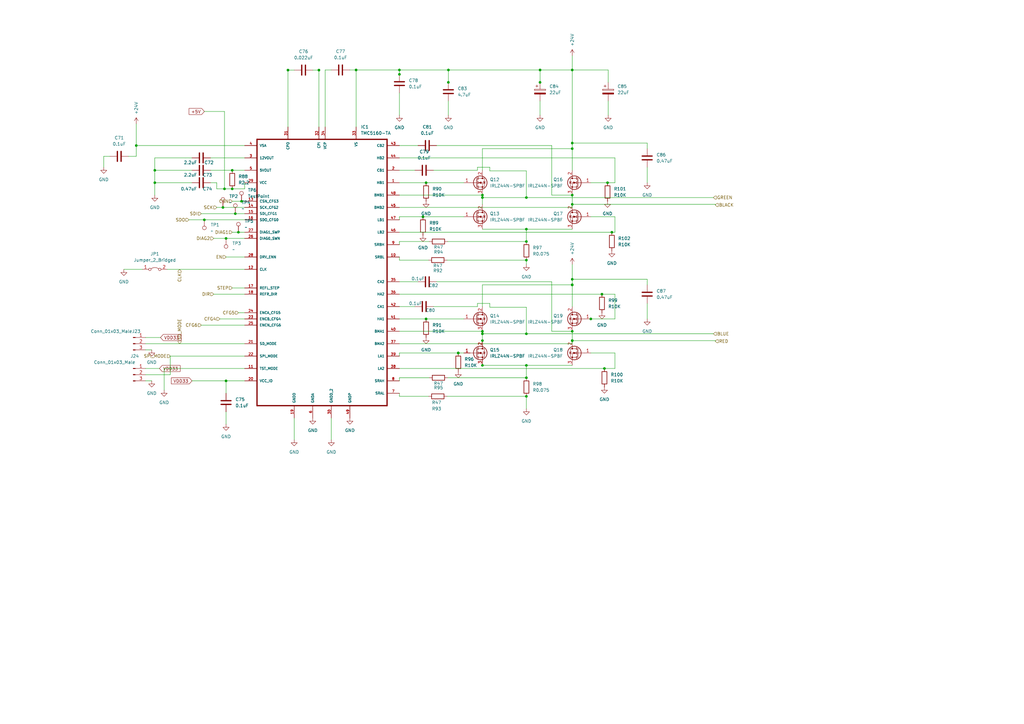
<source format=kicad_sch>
(kicad_sch (version 20211123) (generator eeschema)
  (paper "A3")
  (title_block (title "OpenCelluloid") (date "2023-02-16") (rev "v0.1"))
  (lib_symbols
    (symbol "Connector:Conn_01x03_Male" (pin_names (offset 1.016) hide)
      (property "Reference" "J" (at 0 5.08 0))
      (property "Value" "Conn_01x03_Male" (at 0 -5.08 0))
      (symbol "Conn_01x03_Male_1_1"
        (polyline (pts (xy 1.27 -2.54) (xy 0.8636 -2.54)) (stroke (width 0.1524)))
        (polyline (pts (xy 1.27 0) (xy 0.8636 0)) (stroke (width 0.1524)))
        (polyline (pts (xy 1.27 2.54) (xy 0.8636 2.54)) (stroke (width 0.1524)))
        (rectangle (start 0.8636 -2.413) (end 0 -2.667) (stroke (width 0.1524)) (fill (type outline)))
        (rectangle (start 0.8636 0.127) (end 0 -0.127) (stroke (width 0.1524)) (fill (type outline)))
        (rectangle (start 0.8636 2.667) (end 0 2.413) (stroke (width 0.1524)) (fill (type outline)))
        (pin passive line (at 5.08 2.54 180) (length 3.81) (name "Pin_1") (number "1"))
        (pin passive line (at 5.08 0 180) (length 3.81) (name "Pin_2") (number "2"))
        (pin passive line (at 5.08 -2.54 180) (length 3.81) (name "Pin_3") (number "3"))
      )
    )
    (symbol "Connector:TestPoint" (pin_numbers hide) (pin_names (offset 0.762) hide)
      (property "Reference" "TP" (at 0 6.858 0))
      (property "Value" "TestPoint" (at 0 5.08 0))
      (symbol "TestPoint_0_1"
        (circle (center 0 3.302) (radius 0.762))
      )
      (symbol "TestPoint_1_1"
        (pin passive line (at 0 0 90) (length 2.54) (name "1") (number "1"))
      )
    )
    (symbol "Device:C" (pin_numbers hide) (pin_names (offset 0.254))
      (property "Reference" "C" (at 0.635 2.54 0))
      (property "Value" "C" (at 0.635 -2.54 0))
      (symbol "C_0_1"
        (polyline (pts (xy -2.032 -0.762) (xy 2.032 -0.762)) (stroke (width 0.508)))
        (polyline (pts (xy -2.032 0.762) (xy 2.032 0.762)) (stroke (width 0.508)))
      )
      (symbol "C_1_1"
        (pin passive line (at 0 3.81 270) (length 2.794) (name "~") (number "1"))
        (pin passive line (at 0 -3.81 90) (length 2.794) (name "~") (number "2"))
      )
    )
    (symbol "Device:C_Polarized" (pin_numbers hide) (pin_names (offset 0.254))
      (property "Reference" "C" (at 0.635 2.54 0))
      (property "Value" "C_Polarized" (at 0.635 -2.54 0))
      (symbol "C_Polarized_0_1"
        (rectangle (start -2.286 0.508) (end 2.286 1.016))
        (polyline (pts (xy -1.778 2.286) (xy -0.762 2.286)))
        (polyline (pts (xy -1.27 2.794) (xy -1.27 1.778)))
        (rectangle (start 2.286 -0.508) (end -2.286 -1.016) (fill (type outline)))
      )
      (symbol "C_Polarized_1_1"
        (pin passive line (at 0 3.81 270) (length 2.794) (name "~") (number "1"))
        (pin passive line (at 0 -3.81 90) (length 2.794) (name "~") (number "2"))
      )
    )
    (symbol "Device:R" (pin_numbers hide) (pin_names (offset 0))
      (property "Reference" "R" (at 2.032 0 90))
      (property "Value" "R" (at 0 0 90))
      (symbol "R_0_1"
        (rectangle (start -1.016 -2.54) (end 1.016 2.54) (stroke (width 0.254)))
      )
      (symbol "R_1_1"
        (pin passive line (at 0 3.81 270) (length 1.27) (name "~") (number "1"))
        (pin passive line (at 0 -3.81 90) (length 1.27) (name "~") (number "2"))
      )
    )
    (symbol "Jumper:Jumper_2_Bridged" (pin_names (offset 0) hide)
      (property "Reference" "JP" (at 0 1.905 0))
      (property "Value" "Jumper_2_Bridged" (at 0 -2.54 0))
      (symbol "Jumper_2_Bridged_0_0"
        (circle (center -2.032 0) (radius 0.508))
        (circle (center 2.032 0) (radius 0.508))
      )
      (symbol "Jumper_2_Bridged_0_1"
        (arc (start 1.524 0.254) (mid 0 0.762) (end -1.524 0.254))
      )
      (symbol "Jumper_2_Bridged_1_1"
        (pin passive line (at -5.08 0 0) (length 2.54) (name "A") (number "1"))
        (pin passive line (at 5.08 0 180) (length 2.54) (name "B") (number "2"))
      )
    )
    (symbol "TMC5160-TA:TMC5160-TA" (pin_names (offset 1.016))
      (property "Reference" "IC" (at 31.75 -7.62 0))
      (property "Value" "TMC5160-TA" (at 31.75 -10.16 0))
      (symbol "TMC5160-TA_0_0"
        (polyline (pts (xy 5.08 -106.68) (xy 58.42 -106.68)) (stroke (width 0.508)))
        (polyline (pts (xy 5.08 2.54) (xy 5.08 -106.68)) (stroke (width 0.508)))
        (polyline (pts (xy 58.42 -106.68) (xy 58.42 2.54)) (stroke (width 0.508)))
        (polyline (pts (xy 58.42 2.54) (xy 5.08 2.54)) (stroke (width 0.508)))
        (pin output line (at 63.5 -15.24 180) (length 5.08) (name "HB1") (number "1"))
        (pin input line (at 63.5 -45.72 180) (length 5.08) (name "SRBL") (number "10"))
        (pin input line (at 0 -91.44 0) (length 5.08) (name "TST_MODE") (number "11"))
        (pin input line (at 0 -50.8 0) (length 5.08) (name "CLK") (number "12"))
        (pin input line (at 0 -22.86 0) (length 5.08) (name "CSN_CFG3") (number "13"))
        (pin input line (at 0 -25.4 0) (length 5.08) (name "SCK_CFG2") (number "14"))
        (pin input line (at 0 -27.94 0) (length 5.08) (name "SDI_CFG1") (number "15"))
        (pin output line (at 0 -30.48 0) (length 5.08) (name "SDO_CFG0") (number "16"))
        (pin input line (at 0 -58.42 0) (length 5.08) (name "REFL_STEP") (number "17"))
        (pin input line (at 0 -60.96 0) (length 5.08) (name "REFR_DIR") (number "18"))
        (pin power_in line (at 20.32 -111.76 90) (length 5.08) (name "GNDD") (number "19"))
        (pin input line (at 63.5 -10.16 180) (length 5.08) (name "CB1") (number "2"))
        (pin power_in line (at 0 -96.52 0) (length 5.08) (name "VCC_IO") (number "20"))
        (pin input line (at 0 -81.28 0) (length 5.08) (name "SD_MODE") (number "21"))
        (pin input line (at 0 -86.36 0) (length 5.08) (name "SPI_MODE") (number "22"))
        (pin input line (at 0 -71.12 0) (length 5.08) (name "ENCB_CFG4") (number "23"))
        (pin input line (at 0 -68.58 0) (length 5.08) (name "ENCA_CFG5") (number "24"))
        (pin input line (at 0 -73.66 0) (length 5.08) (name "ENCN_CFG6") (number "25"))
        (pin bidirectional line (at 0 -38.1 0) (length 5.08) (name "DIAG0_SWN") (number "26"))
        (pin bidirectional line (at 0 -35.56 0) (length 5.08) (name "DIAG1_SWP") (number "27"))
        (pin input line (at 0 -45.72 0) (length 5.08) (name "DRV_ENN") (number "28"))
        (pin power_in line (at 0 -15.24 0) (length 5.08) (name "VCC") (number "29"))
        (pin bidirectional line (at 0 -5.08 0) (length 5.08) (name "12VOUT") (number "3"))
        (pin power_in line (at 35.56 -111.76 90) (length 5.08) (name "GNDD_2") (number "30"))
        (pin input line (at 17.78 7.62 270) (length 5.08) (name "CPO") (number "31"))
        (pin input line (at 30.48 7.62 270) (length 5.08) (name "CPI") (number "32"))
        (pin power_in line (at 45.72 7.62 270) (length 5.08) (name "VS") (number "33"))
        (pin input line (at 33.02 7.62 270) (length 5.08) (name "VCP") (number "34"))
        (pin input line (at 63.5 -55.88 180) (length 5.08) (name "CA2") (number "35"))
        (pin output line (at 63.5 -60.96 180) (length 5.08) (name "HA2") (number "36"))
        (pin input line (at 63.5 -81.28 180) (length 5.08) (name "BMA2") (number "37"))
        (pin output line (at 63.5 -91.44 180) (length 5.08) (name "LA2") (number "38"))
        (pin output line (at 63.5 -86.36 180) (length 5.08) (name "LA1") (number "39"))
        (pin power_in line (at 0 0 0) (length 5.08) (name "VSA") (number "4"))
        (pin input line (at 63.5 -76.2 180) (length 5.08) (name "BMA1") (number "40"))
        (pin output line (at 63.5 -71.12 180) (length 5.08) (name "HA1") (number "41"))
        (pin input line (at 63.5 -66.04 180) (length 5.08) (name "CA1") (number "42"))
        (pin input line (at 63.5 0 180) (length 5.08) (name "CB2") (number "43"))
        (pin output line (at 63.5 -5.08 180) (length 5.08) (name "HB2") (number "44"))
        (pin input line (at 63.5 -25.4 180) (length 5.08) (name "BMB2") (number "45"))
        (pin output line (at 63.5 -35.56 180) (length 5.08) (name "LB2") (number "46"))
        (pin output line (at 63.5 -30.48 180) (length 5.08) (name "LB1") (number "47"))
        (pin input line (at 63.5 -20.32 180) (length 5.08) (name "BMB1") (number "48"))
        (pin power_in line (at 43.18 -111.76 90) (length 5.08) (name "GNDP") (number "49"))
        (pin bidirectional line (at 0 -10.16 0) (length 5.08) (name "5VOUT") (number "5"))
        (pin power_in line (at 27.94 -111.76 90) (length 5.08) (name "GNDA") (number "6"))
        (pin input line (at 63.5 -101.6 180) (length 5.08) (name "SRAL") (number "7"))
        (pin input line (at 63.5 -96.52 180) (length 5.08) (name "SRAH") (number "8"))
        (pin input line (at 63.5 -40.64 180) (length 5.08) (name "SRBH") (number "9"))
      )
    )
    (symbol "knownParts:IRLZ44N-SPBF" (pin_names hide)
      (property "Reference" "Q" (at 6.35 1.905 0))
      (property "Value" "IRLZ44N-SPBF" (at 6.35 0 0))
      (symbol "IRLZ44N-SPBF_0_1"
        (polyline (pts (xy 0.254 0) (xy -2.54 0)))
        (polyline (pts (xy 0.254 1.905) (xy 0.254 -1.905)) (stroke (width 0.254)))
        (polyline (pts (xy 0.762 -1.27) (xy 0.762 -2.286)) (stroke (width 0.254)))
        (polyline (pts (xy 0.762 0.508) (xy 0.762 -0.508)) (stroke (width 0.254)))
        (polyline (pts (xy 0.762 2.286) (xy 0.762 1.27)) (stroke (width 0.254)))
        (polyline (pts (xy 2.54 2.54) (xy 2.54 1.778)))
        (polyline (pts (xy 2.54 -2.54) (xy 2.54 0) (xy 0.762 0)))
        (polyline (pts (xy 0.762 -1.778) (xy 3.302 -1.778) (xy 3.302 1.778) (xy 0.762 1.778)))
        (polyline (pts (xy 1.016 0) (xy 2.032 0.381) (xy 2.032 -0.381) (xy 1.016 0)) (fill (type outline)))
        (polyline (pts (xy 2.794 0.508) (xy 2.921 0.381) (xy 3.683 0.381) (xy 3.81 0.254)))
        (polyline (pts (xy 3.302 0.381) (xy 2.921 -0.254) (xy 3.683 -0.254) (xy 3.302 0.381)))
        (circle (center 1.651 0) (radius 2.794) (stroke (width 0.254)))
        (circle (center 2.54 -1.778) (radius 0.254) (fill (type outline)))
        (circle (center 2.54 1.778) (radius 0.254) (fill (type outline)))
      )
      (symbol "IRLZ44N-SPBF_1_1"
        (pin input line (at -5.08 0 0) (length 2.54) (name "G") (number "1"))
        (pin passive line (at 2.54 5.08 270) (length 2.54) (name "D") (number "2"))
        (pin passive line (at 2.54 -5.08 90) (length 2.54) (name "S") (number "3"))
      )
    )
    (symbol "power:+24V" (power) (pin_names (offset 0))
      (property "Value" "+24V" (at 0 3.556 0))
      (symbol "+24V_0_1"
        (polyline (pts (xy -0.762 1.27) (xy 0 2.54)))
        (polyline (pts (xy 0 0) (xy 0 2.54)))
        (polyline (pts (xy 0 2.54) (xy 0.762 1.27)))
      )
      (symbol "+24V_1_1"
        (pin power_in line (at 0 0 90) (length 0) hide (name "+24V") (number "1"))
      )
    )
    (symbol "power:GND" (power) (pin_names (offset 0))
      (property "Value" "GND" (at 0 -3.81 0))
      (symbol "GND_0_1"
        (polyline (pts (xy 0 0) (xy 0 -1.27) (xy 1.27 -1.27) (xy 0 -2.54) (xy -1.27 -1.27) (xy 0 -1.27)))
      )
      (symbol "GND_1_1"
        (pin power_in line (at 0 0 270) (length 0) hide (name "GND") (number "1"))
      )
    )
  )
  (junction (at 187.96 144.78))
  (junction (at 234.696 28.702))
  (junction (at 215.9 149.86))
  (junction (at 99.06 82.55))
  (junction (at 63.5 74.93))
  (junction (at 95.25 77.47))
  (junction (at 242.3237 130.81))
  (junction (at 234.696 80.01))
  (junction (at 221.488 33.782))
  (junction (at 197.866 135.89))
  (junction (at 215.9 154.94))
  (junction (at 215.9 93.98))
  (junction (at 234.7037 135.89))
  (junction (at 92.71 156.21))
  (junction (at 83.82 90.17))
  (junction (at 250.952 95.25))
  (junction (at 92.075 77.47))
  (junction (at 130.81 28.7483))
  (junction (at 97.79 95.25))
  (junction (at 234.696 83.82))
  (junction (at 163.8195 28.702))
  (junction (at 246.888 120.65))
  (junction (at 174.752 130.81))
  (junction (at 234.696 116.84))
  (junction (at 234.696 58.674))
  (junction (at 118.11 28.7483))
  (junction (at 173.482 88.9))
  (junction (at 197.866 80.01))
  (junction (at 215.9 136.906))
  (junction (at 92.71 97.79))
  (junction (at 221.5083 28.702))
  (junction (at 215.9 106.68))
  (junction (at 234.696 139.7))
  (junction (at 215.9 162.56))
  (junction (at 55.88 59.69))
  (junction (at 197.866 136.906))
  (junction (at 234.696 114.554))
  (junction (at 95.25 69.85))
  (junction (at 249.174 74.93))
  (junction (at 63.5 69.85))
  (junction (at 183.896 33.782))
  (junction (at 215.9 81.026))
  (junction (at 234.696 60.96))
  (junction (at 146.05 28.702))
  (junction (at 197.866 81.026))
  (junction (at 183.9228 28.702))
  (junction (at 91.44 85.09))
  (junction (at 187.96 144.775))
  (junction (at 96.52 87.63))
  (junction (at 234.7037 139.7))
  (junction (at 234.7037 116.84))
  (junction (at 215.9 99.06))
  (junction (at 197.866 149.855))
  (junction (at 247.904 151.13))
  (junction (at 197.866 139.695))
  (junction (at 174.752 74.93))
  (junction (at 163.83 30.48))
  (wire (pts (xy 215.9 93.98) (xy 215.9 99.06)))
  (wire (pts (xy 265.43 58.674) (xy 265.43 60.96)))
  (wire (pts (xy 163.83 106.68) (xy 175.768 106.68)))
  (wire (pts (xy 265.43 58.674) (xy 234.696 58.674)))
  (wire (pts (xy 92.075 45.72) (xy 83.82 45.72)))
  (wire (pts (xy 163.83 88.9) (xy 163.83 90.17)))
  (wire (pts (xy 163.83 69.85) (xy 170.18 69.85)))
  (wire (pts (xy 163.83 115.57) (xy 171.45 115.57)))
  (wire (pts (xy 163.83 130.81) (xy 174.752 130.81)))
  (wire (pts (xy 118.11 28.7483) (xy 120.7057 28.7483)))
  (wire (pts (xy 179.07 115.57) (xy 226.314 115.57)))
  (wire (pts (xy 55.88 50.8) (xy 55.88 59.69)))
  (wire (pts (xy 234.696 139.7) (xy 234.696 140.97)))
  (wire (pts (xy 163.83 161.29) (xy 163.83 162.56)))
  (wire (pts (xy 200.914 68.58) (xy 200.914 70.104)))
  (wire (pts (xy 190.246 144.775) (xy 187.96 144.775)))
  (wire (pts (xy 249.428 28.702) (xy 249.428 33.782)))
  (wire (pts (xy 195.834 69.85) (xy 195.834 68.58)))
  (wire (pts (xy 234.696 22.86) (xy 234.696 28.702)))
  (wire (pts (xy 234.696 83.82) (xy 293.37 83.82)))
  (wire (pts (xy 88.9 77.47) (xy 92.075 77.47)))
  (wire (pts (xy 55.88 59.69) (xy 100.33 59.69)))
  (wire (pts (xy 187.96 144.775) (xy 187.96 144.78)))
  (wire (pts (xy 215.9 149.86) (xy 215.9 154.94)))
  (wire (pts (xy 97.79 128.27) (xy 100.33 128.27)))
  (wire (pts (xy 118.11 28.702) (xy 118.11 28.7483)))
  (wire (pts (xy 183.642 154.94) (xy 215.9 154.94)))
  (wire (pts (xy 163.83 85.09) (xy 234.696 85.09)))
  (wire (pts (xy 215.9 81.026) (xy 197.866 81.026)))
  (wire (pts (xy 234.696 60.96) (xy 234.696 69.85)))
  (wire (pts (xy 59.69 140.97) (xy 100.33 140.97)))
  (wire (pts (xy 183.388 106.68) (xy 215.9 106.68)))
  (wire (pts (xy 59.69 143.51) (xy 62.23 143.51)))
  (wire (pts (xy 174.752 74.93) (xy 190.246 74.93)))
  (wire (pts (xy 242.316 144.78) (xy 252.222 144.78)))
  (wire (pts (xy 234.696 83.82) (xy 234.696 85.09)))
  (wire (pts (xy 163.83 156.21) (xy 163.83 154.94)))
  (wire (pts (xy 215.9 81.026) (xy 292.608 81.026)))
  (wire (pts (xy 99.06 82.55) (xy 100.33 82.55)))
  (wire (pts (xy 252.222 64.77) (xy 252.222 74.93)))
  (wire (pts (xy 163.83 154.94) (xy 176.022 154.94)))
  (wire (pts (xy 146.05 28.702) (xy 146.05 52.07)))
  (wire (pts (xy 95.25 118.11) (xy 100.33 118.11)))
  (wire (pts (xy 242.3237 130.81) (xy 252.222 130.81)))
  (wire (pts (xy 242.316 130.81) (xy 242.3237 130.81)))
  (wire (pts (xy 163.83 74.93) (xy 174.752 74.93)))
  (wire (pts (xy 234.696 80.01) (xy 234.696 83.82)))
  (wire (pts (xy 200.914 125.984) (xy 215.9 125.984)))
  (wire (pts (xy 215.9 93.98) (xy 234.696 93.98)))
  (wire (pts (xy 163.83 95.25) (xy 250.952 95.25)))
  (wire (pts (xy 183.9228 28.702) (xy 183.9228 33.782)))
  (wire (pts (xy 69.85 146.05) (xy 100.33 146.05)))
  (wire (pts (xy 118.11 28.7483) (xy 118.11 52.07)))
  (wire (pts (xy 63.5 64.77) (xy 63.5 69.85)))
  (wire (pts (xy 195.834 68.58) (xy 200.914 68.58)))
  (wire (pts (xy 163.83 151.13) (xy 247.904 151.13)))
  (wire (pts (xy 163.83 100.33) (xy 163.83 99.06)))
  (wire (pts (xy 100.33 69.85) (xy 95.25 69.85)))
  (wire (pts (xy 174.752 130.81) (xy 190.246 130.81)))
  (wire (pts (xy 234.7037 139.7) (xy 293.37 139.7)))
  (wire (pts (xy 234.696 139.7) (xy 234.7037 139.7)))
  (wire (pts (xy 163.83 105.41) (xy 163.83 106.68)))
  (wire (pts (xy 67.31 151.13) (xy 100.33 151.13)))
  (wire (pts (xy 215.9 125.984) (xy 215.9 136.906)))
  (wire (pts (xy 59.69 153.67) (xy 69.85 153.67)))
  (wire (pts (xy 183.388 162.56) (xy 215.9 162.56)))
  (wire (pts (xy 242.316 74.93) (xy 249.174 74.93)))
  (wire (pts (xy 163.83 64.77) (xy 252.222 64.77)))
  (wire (pts (xy 163.83 80.01) (xy 197.866 80.01)))
  (wire (pts (xy 197.866 80.01) (xy 197.866 81.026)))
  (wire (pts (xy 163.83 144.78) (xy 187.96 144.78)))
  (wire (pts (xy 130.81 28.702) (xy 130.81 28.7483)))
  (wire (pts (xy 215.9 106.68) (xy 215.9 108.458)))
  (wire (pts (xy 197.866 136.906) (xy 197.866 139.695)))
  (wire (pts (xy 163.83 144.78) (xy 163.83 146.05)))
  (wire (pts (xy 69.85 153.67) (xy 69.85 146.05)))
  (wire (pts (xy 100.33 74.93) (xy 100.33 77.47)))
  (wire (pts (xy 250.952 95.25) (xy 252.222 95.25)))
  (wire (pts (xy 234.696 58.674) (xy 234.696 60.96)))
  (wire (pts (xy 68.58 110.49) (xy 100.33 110.49)))
  (wire (pts (xy 87.63 120.65) (xy 100.33 120.65)))
  (wire (pts (xy 86.36 64.77) (xy 100.33 64.77)))
  (wire (pts (xy 226.314 59.69) (xy 226.314 80.01)))
  (wire (pts (xy 92.71 168.91) (xy 92.71 173.99)))
  (wire (pts (xy 197.866 149.86) (xy 215.9 149.86)))
  (wire (pts (xy 234.696 108.458) (xy 234.696 114.554)))
  (wire (pts (xy 183.9228 28.702) (xy 221.5083 28.702)))
  (wire (pts (xy 92.71 156.21) (xy 92.71 161.29)))
  (wire (pts (xy 146.05 28.702) (xy 163.8195 28.702)))
  (wire (pts (xy 55.88 59.69) (xy 55.88 64.135)))
  (wire (pts (xy 163.83 38.1) (xy 163.83 47.244)))
  (wire (pts (xy 96.52 87.63) (xy 100.33 87.63)))
  (wire (pts (xy 221.5083 33.782) (xy 221.488 33.782)))
  (wire (pts (xy 50.8 110.49) (xy 58.42 110.49)))
  (wire (pts (xy 265.43 68.58) (xy 265.43 74.93)))
  (wire (pts (xy 195.834 124.46) (xy 200.914 124.46)))
  (wire (pts (xy 200.914 70.104) (xy 215.9 70.104)))
  (wire (pts (xy 135.89 171.45) (xy 135.89 180.34)))
  (wire (pts (xy 197.866 60.96) (xy 234.696 60.96)))
  (wire (pts (xy 163.83 99.06) (xy 176.022 99.06)))
  (wire (pts (xy 265.43 114.554) (xy 234.696 114.554)))
  (wire (pts (xy 197.866 139.695) (xy 197.866 139.7)))
  (wire (pts (xy 59.69 151.13) (xy 65.405 151.13)))
  (wire (pts (xy 179.07 59.69) (xy 226.314 59.69)))
  (wire (pts (xy 120.65 171.45) (xy 120.65 180.34)))
  (wire (pts (xy 173.482 88.9) (xy 190.246 88.9)))
  (wire (pts (xy 77.47 90.17) (xy 83.82 90.17)))
  (wire (pts (xy 265.43 114.554) (xy 265.43 116.84)))
  (wire (pts (xy 265.43 124.46) (xy 265.43 130.81)))
  (wire (pts (xy 215.9 136.906) (xy 292.608 136.906)))
  (wire (pts (xy 128.3257 28.7483) (xy 130.81 28.7483)))
  (wire (pts (xy 163.8195 28.702) (xy 163.8195 30.48)))
  (wire (pts (xy 87.63 97.79) (xy 92.71 97.79)))
  (wire (pts (xy 133.35 28.702) (xy 133.35 52.07)))
  (wire (pts (xy 163.8195 28.702) (xy 183.9228 28.702)))
  (wire (pts (xy 246.888 120.65) (xy 252.222 120.65)))
  (wire (pts (xy 63.5 69.85) (xy 63.5 74.93)))
  (wire (pts (xy 163.83 162.56) (xy 175.768 162.56)))
  (wire (pts (xy 63.5 74.93) (xy 63.5 80.01)))
  (wire (pts (xy 90.17 130.81) (xy 100.33 130.81)))
  (wire (pts (xy 293.37 83.82) (xy 293.37 84.074)))
  (wire (pts (xy 252.222 120.65) (xy 252.222 130.81)))
  (wire (pts (xy 163.83 59.69) (xy 171.45 59.69)))
  (wire (pts (xy 177.8 69.85) (xy 195.834 69.85)))
  (wire (pts (xy 293.37 139.7) (xy 293.37 139.954)))
  (wire (pts (xy 252.222 88.9) (xy 252.222 95.25)))
  (wire (pts (xy 59.69 138.43) (xy 65.8381 138.43)))
  (wire (pts (xy 163.83 88.9) (xy 173.482 88.9)))
  (wire (pts (xy 197.866 149.86) (xy 197.866 149.855)))
  (wire (pts (xy 197.866 125.73) (xy 197.866 116.84)))
  (wire (pts (xy 63.5 64.77) (xy 78.74 64.77)))
  (wire (pts (xy 86.36 74.93) (xy 88.9 74.93)))
  (wire (pts (xy 95.25 95.25) (xy 97.79 95.25)))
  (wire (pts (xy 67.31 151.13) (xy 67.31 160.02)))
  (wire (pts (xy 234.7037 116.84) (xy 234.696 116.84)))
  (wire (pts (xy 42.545 64.135) (xy 45.0938 64.135)))
  (wire (pts (xy 242.316 88.9) (xy 252.222 88.9)))
  (wire (pts (xy 183.642 99.06) (xy 215.9 99.06)))
  (wire (pts (xy 226.314 80.01) (xy 234.696 80.01)))
  (wire (pts (xy 234.696 114.554) (xy 234.696 116.84)))
  (wire (pts (xy 215.9 136.906) (xy 197.866 136.906)))
  (wire (pts (xy 215.9 149.86) (xy 234.696 149.86)))
  (wire (pts (xy 163.83 140.97) (xy 234.696 140.97)))
  (wire (pts (xy 63.5 74.93) (xy 78.74 74.93)))
  (wire (pts (xy 234.696 28.702) (xy 249.428 28.702)))
  (wire (pts (xy 163.83 135.89) (xy 197.866 135.89)))
  (wire (pts (xy 221.5083 28.702) (xy 221.5083 33.782)))
  (wire (pts (xy 88.9 74.93) (xy 88.9 77.47)))
  (wire (pts (xy 249.428 41.402) (xy 249.428 47.244)))
  (wire (pts (xy 78.74 156.21) (xy 92.71 156.21)))
  (wire (pts (xy 215.9 70.104) (xy 215.9 81.026)))
  (wire (pts (xy 197.866 69.85) (xy 197.866 60.96)))
  (wire (pts (xy 92.71 105.41) (xy 100.33 105.41)))
  (wire (pts (xy 163.83 125.73) (xy 170.18 125.73)))
  (wire (pts (xy 130.81 28.7483) (xy 130.81 52.07)))
  (wire (pts (xy 59.69 156.21) (xy 62.23 156.21)))
  (wire (pts (xy 215.9 162.56) (xy 215.9 167.64)))
  (wire (pts (xy 247.904 151.13) (xy 252.222 151.13)))
  (wire (pts (xy 92.71 156.21) (xy 100.33 156.21)))
  (wire (pts (xy 197.866 135.89) (xy 197.866 136.906)))
  (wire (pts (xy 226.314 115.57) (xy 226.314 135.89)))
  (wire (pts (xy 221.488 41.402) (xy 221.488 47.244)))
  (wire (pts (xy 177.8 125.73) (xy 195.834 125.73)))
  (wire (pts (xy 197.866 116.84) (xy 234.696 116.84)))
  (wire (pts (xy 42.545 68.58) (xy 42.545 64.135)))
  (wire (pts (xy 200.914 124.46) (xy 200.914 125.984)))
  (wire (pts (xy 197.866 81.026) (xy 197.866 83.82)))
  (wire (pts (xy 92.075 45.72) (xy 92.075 77.47)))
  (wire (pts (xy 221.5083 28.702) (xy 234.696 28.702)))
  (wire (pts (xy 92.075 77.47) (xy 95.25 77.47)))
  (wire (pts (xy 163.8195 30.48) (xy 163.83 30.48)))
  (wire (pts (xy 143.4882 28.702) (xy 146.05 28.702)))
  (wire (pts (xy 249.174 74.93) (xy 252.222 74.93)))
  (wire (pts (xy 133.35 28.702) (xy 135.8682 28.702)))
  (wire (pts (xy 163.83 120.65) (xy 246.888 120.65)))
  (wire (pts (xy 86.36 69.85) (xy 95.25 69.85)))
  (wire (pts (xy 63.5 69.85) (xy 78.74 69.85)))
  (wire (pts (xy 83.82 90.17) (xy 100.33 90.17)))
  (wire (pts (xy 95.25 77.47) (xy 100.33 77.47)))
  (wire (pts (xy 82.55 133.35) (xy 100.33 133.35)))
  (wire (pts (xy 52.7138 64.135) (xy 55.88 64.135)))
  (wire (pts (xy 82.55 87.63) (xy 96.52 87.63)))
  (wire (pts (xy 92.71 97.79) (xy 100.33 97.79)))
  (wire (pts (xy 183.9228 33.782) (xy 183.896 33.782)))
  (wire (pts (xy 195.834 125.73) (xy 195.834 124.46)))
  (wire (pts (xy 183.896 41.402) (xy 183.896 47.244)))
  (wire (pts (xy 234.7037 135.89) (xy 234.7037 139.7)))
  (wire (pts (xy 91.44 85.09) (xy 100.33 85.09)))
  (wire (pts (xy 97.79 95.25) (xy 100.33 95.25)))
  (wire (pts (xy 95.25 82.55) (xy 99.06 82.55)))
  (wire (pts (xy 234.696 28.702) (xy 234.696 58.674)))
  (wire (pts (xy 226.314 135.89) (xy 234.7037 135.89)))
  (wire (pts (xy 88.9 85.09) (xy 91.44 85.09)))
  (wire (pts (xy 197.866 93.98) (xy 215.9 93.98)))
  (wire (pts (xy 234.7037 125.73) (xy 234.7037 116.84)))
  (wire (pts (xy 252.222 144.78) (xy 252.222 151.13)))
  (global_label "VDD33" (shape input) (at 65.405 151.13 0) (property "Intersheet References" "${INTERSHEET_REFS}" (effects hide)))
  (global_label "VDD33" (shape input) (at 65.8381 138.43 0) (property "Intersheet References" "${INTERSHEET_REFS}" (effects hide)))
  (global_label "VDD33" (shape input) (at 78.74 156.21 180) (property "Intersheet References" "${INTERSHEET_REFS}" (effects hide)))
  (global_label "+5V" (shape input) (at 83.82 45.72 180) (property "Intersheet References" "${INTERSHEET_REFS}" (effects hide)))
  (hierarchical_label "RED" (shape input) (at 293.37 139.954 0))
  (hierarchical_label "BLUE" (shape input) (at 292.608 136.906 0))
  (hierarchical_label "SD_MODE" (shape input) (at 73.66 140.97 90))
  (hierarchical_label "DIAG2" (shape input) (at 87.63 97.79 180))
  (hierarchical_label "SDO" (shape input) (at 77.47 90.17 180))
  (hierarchical_label "DIR" (shape input) (at 87.63 120.65 180))
  (hierarchical_label "EN" (shape input) (at 92.71 105.41 180))
  (hierarchical_label "SDI" (shape input) (at 82.55 87.63 180))
  (hierarchical_label "SCK" (shape input) (at 88.9 85.09 180))
  (hierarchical_label "STEP" (shape input) (at 95.25 118.11 180))
  (hierarchical_label "SPI_MODE" (shape input) (at 69.85 146.05 180))
  (hierarchical_label "CFG5" (shape input) (at 97.79 128.27 180))
  (hierarchical_label "CLK" (shape input) (at 73.66 110.49 270))
  (hierarchical_label "DIAG1" (shape input) (at 95.25 95.25 180))
  (hierarchical_label "CFG6" (shape input) (at 82.55 133.35 180))
  (hierarchical_label "CFG4" (shape input) (at 90.17 130.81 180))
  (hierarchical_label "CSN" (shape input) (at 95.25 82.55 180))
  (hierarchical_label "GREEN" (shape input) (at 292.608 81.026 0))
  (hierarchical_label "BLACK" (shape input) (at 293.37 84.074 0))
  (symbol (lib_id "power:GND") (at 163.83 47.244 0) (unit 1)
    (property "Reference" "#PWR0156" (effects hide))
    (property "Value" "GND" (at 163.83 52.324 0))
  )
  (symbol (lib_id "power:GND") (at 67.31 160.02 0) (unit 1)
    (property "Reference" "#PWR0150" (effects hide))
    (property "Value" "GND" (at 67.31 165.1 0))
  )
  (symbol (lib_id "Device:R") (at 215.9 158.75 180) (unit 1)
    (property "Reference" "R98" (at 218.44 157.4799 0) (effects (justify right)))
    (property "Value" "R0.075" (at 218.44 160.0199 0) (effects (justify right)))
    (property "Footprint" "Resistor_SMD:R_1206_3216Metric_Pad1.30x1.75mm_HandSolder" (effects hide))
    (property "Digi-Key_Part_Number" "P.075AUCT-ND" (effects hide))
    (property "MP" "ERJ-8BWFR075V" (effects hide))
    (property "Manufacturer" "Panasonic Electronic Components" (effects hide))
  )
  (symbol (lib_id "Device:C_Polarized") (at 249.428 37.592 0) (unit 1)
    (property "Reference" "C85" (at 253.238 35.4329 0) (effects (justify left)))
    (property "Value" "22uF" (at 253.238 37.9729 0) (effects (justify left)))
    (property "Footprint" "Capacitor_SMD:CP_Elec_8x10.5" (effects hide))
    (property "Digi-Key_Part_Number" "1189-2383-1-ND" (effects hide))
    (property "MP" "100SEV22M8X10.5" (effects hide))
    (property "Manufacturer" "Rubycon" (effects hide))
  )
  (symbol (lib_id "Connector:TestPoint") (at 83.82 90.17 180) (unit 1)
    (property "Reference" "TP1" (at 86.36 92.2019 0) (effects (justify right)))
    (property "Value" "~" (at 86.36 94.7419 0) (effects (justify right)))
    (property "Footprint" "TestPoint:TestPoint_THTPad_D2.5mm_Drill1.2mm" (effects hide))
  )
  (symbol (lib_id "Connector:TestPoint") (at 96.52 87.63 0) (unit 1)
    (property "Reference" "TP4" (at 99.06 83.0579 0) (effects (justify left)))
    (property "Value" "~" (at 99.06 85.5979 0) (effects (justify left)))
    (property "Footprint" "TestPoint:TestPoint_THTPad_D2.5mm_Drill1.2mm" (effects hide))
  )
  (symbol (lib_id "Device:R") (at 174.752 78.74 0) (unit 1)
    (property "Reference" "R90" (at 177.292 77.4699 0) (effects (justify left)))
    (property "Value" "R10K" (at 177.292 80.0099 0) (effects (justify left)))
    (property "Footprint" "Resistor_SMD:R_0805_2012Metric_Pad1.20x1.40mm_HandSolder" (effects hide))
  )
  (symbol (lib_id "Connector:TestPoint") (at 91.44 85.09 0) (unit 1)
    (property "Reference" "TP2" (at 93.98 80.5179 0) (effects (justify left)))
    (property "Value" "~" (at 93.98 83.0579 0) (effects (justify left)))
    (property "Footprint" "TestPoint:TestPoint_THTPad_D2.5mm_Drill1.2mm" (effects hide))
  )
  (symbol (lib_id "Device:C") (at 173.99 69.85 270) (unit 1)
    (property "Reference" "C79" (at 173.99 62.23 90))
    (property "Value" "0.1uF" (at 173.99 64.77 90))
    (property "Footprint" "Capacitor_SMD:C_1206_3216Metric_Pad1.33x1.80mm_HandSolder" (effects hide))
    (property "Digi-Key_Part_Number" "1276-6840-1-ND" (effects hide))
    (property "MP" "CL21B104KCFNNNE" (effects hide))
    (property "Manufacturer" "Samsung Electro-Mechanics" (effects hide))
  )
  (symbol (lib_id "Device:R") (at 179.578 106.68 270) (unit 1)
    (property "Reference" "R92" (at 179.578 110.998 90))
    (property "Value" "R47" (at 179.578 108.966 90))
    (property "Footprint" "Resistor_SMD:R_1206_3216Metric_Pad1.30x1.75mm_HandSolder" (effects hide))
    (property "Digi-Key_Part_Number" "A129794CT-ND" (effects hide))
    (property "MP" "CRGCQ1206F47R" (effects hide))
    (property "Manufacturer" "TE Connectivity Passive Product" (effects hide))
  )
  (symbol (lib_id "Device:C") (at 183.896 37.592 180) (unit 1)
    (property "Reference" "C83" (at 187.706 36.3219 0) (effects (justify right)))
    (property "Value" "4.7uF" (at 187.706 38.8619 0) (effects (justify right)))
    (property "Footprint" "Capacitor_SMD:C_1206_3216Metric_Pad1.33x1.80mm_HandSolder" (effects hide))
    (property "Digi-Key_Part_Number" "1276-7060-1-ND" (effects hide))
    (property "MP" "CL32B475KCVZW6E" (effects hide))
    (property "Manufacturer" "Samsung Electro-Mechanics" (effects hide))
  )
  (symbol (lib_id "Connector:Conn_01x03_Male") (at 54.61 153.67 0) (unit 1)
    (property "Reference" "J24" (at 55.245 146.05 0))
    (property "Value" "Conn_01x03_Male" (at 46.99 148.59 0))
    (property "Footprint" "Connector_PinHeader_2.54mm:PinHeader_1x03_P2.54mm_Vertical" (effects hide))
  )
  (symbol (lib_id "Device:C") (at 139.6782 28.702 270) (unit 1)
    (property "Reference" "C77" (at 139.6782 21.082 90))
    (property "Value" "0.1uF" (at 139.6782 23.622 90))
    (property "Footprint" "Capacitor_SMD:C_1206_3216Metric_Pad1.33x1.80mm_HandSolder" (effects hide))
    (property "Digi-Key_Part_Number" "1276-6840-1-ND" (effects hide))
    (property "MP" "CL21B104KCFNNNE" (effects hide))
    (property "Manufacturer" "Samsung Electro-Mechanics" (effects hide))
  )
  (symbol (lib_id "power:GND") (at 50.8 110.49 0) (unit 1)
    (property "Reference" "#PWR0145" (effects hide))
    (property "Value" "GND" (at 50.8 115.57 0))
  )
  (symbol (lib_id "power:+24V") (at 234.696 22.86 0) (unit 1)
    (property "Reference" "#PWR0165" (effects hide))
    (property "Value" "+24V" (at 234.6959 19.05 90) (effects (justify left)))
  )
  (symbol (lib_id "power:GND") (at 249.428 47.244 0) (unit 1)
    (property "Reference" "#PWR0170" (effects hide))
    (property "Value" "GND" (at 249.428 52.324 0))
  )
  (symbol (lib_id "power:GND") (at 265.43 130.81 0) (unit 1)
    (property "Reference" "#PWR0173" (effects hide))
    (property "Value" "GND" (at 265.43 135.89 0))
  )
  (symbol (lib_id "knownParts:IRLZ44N-SPBF") (at 195.326 88.9 0) (unit 1)
    (property "Reference" "Q13" (at 200.914 87.6299 0) (effects (justify left)))
    (property "Value" "IRLZ44N-SPBF" (at 200.914 90.1699 0) (effects (justify left)))
    (property "Footprint" "Package_TO_SOT_SMD:TO-263-2" (effects hide))
    (property "Datasheet" "https://www.infineon.com/dgdl/irlz44nspbf.pdf?fileId=5546d462533600a40153567221272727" (effects hide))
    (property "Digi-Key_Part_Number" "IRLZ44NSPBF-ND" (effects hide))
    (property "MP" "IRLZ44NSPBF" (effects hide))
    (property "Manufacturer" "Infineon Technologies" (effects hide))
  )
  (symbol (lib_id "Device:C") (at 163.83 34.29 180) (unit 1)
    (property "Reference" "C78" (at 167.64 33.0199 0) (effects (justify right)))
    (property "Value" "0.1uF" (at 167.64 35.5599 0) (effects (justify right)))
    (property "Footprint" "Capacitor_SMD:C_1206_3216Metric_Pad1.33x1.80mm_HandSolder" (effects hide))
    (property "Digi-Key_Part_Number" "1276-6840-1-ND" (effects hide))
    (property "MP" "CL21B104KCFNNNE" (effects hide))
    (property "Manufacturer" "Samsung Electro-Mechanics" (effects hide))
  )
  (symbol (lib_id "Device:C") (at 173.99 125.73 270) (unit 1)
    (property "Reference" "C80" (at 176.53 127.254 90))
    (property "Value" "0.1uF" (at 170.434 124.46 90))
    (property "Footprint" "Capacitor_SMD:C_1206_3216Metric_Pad1.33x1.80mm_HandSolder" (effects hide))
    (property "Digi-Key_Part_Number" "1276-6840-1-ND" (effects hide))
    (property "MP" "CL21B104KCFNNNE" (effects hide))
    (property "Manufacturer" "Samsung Electro-Mechanics" (effects hide))
  )
  (symbol (lib_id "Device:C") (at 175.26 59.69 270) (unit 1)
    (property "Reference" "C81" (at 175.26 52.07 90))
    (property "Value" "0.1uF" (at 175.26 54.61 90))
    (property "Footprint" "Capacitor_SMD:C_1206_3216Metric_Pad1.33x1.80mm_HandSolder" (effects hide))
    (property "Digi-Key_Part_Number" "1276-6840-1-ND" (effects hide))
    (property "MP" "CL21B104KCFNNNE" (effects hide))
    (property "Manufacturer" "Samsung Electro-Mechanics" (effects hide))
  )
  (symbol (lib_id "Device:R") (at 179.578 162.56 270) (unit 1)
    (property "Reference" "R93" (at 179.07 167.64 90))
    (property "Value" "R47" (at 179.07 165.1 90))
    (property "Footprint" "Resistor_SMD:R_1206_3216Metric_Pad1.30x1.75mm_HandSolder" (effects hide))
    (property "Digi-Key_Part_Number" "A129794CT-ND" (effects hide))
    (property "MP" "CRGCQ1206F47R" (effects hide))
    (property "Manufacturer" "TE Connectivity Passive Product" (effects hide))
  )
  (symbol (lib_id "Device:C") (at 82.55 69.85 270) (unit 1)
    (property "Reference" "C73" (at 85.09 71.755 90))
    (property "Value" "2.2uF" (at 78.105 71.755 90))
    (property "Footprint" "Capacitor_SMD:C_1206_3216Metric_Pad1.33x1.80mm_HandSolder" (effects hide))
    (property "Digi-Key_Part_Number" "1276-1162-1-ND" (effects hide))
    (property "MP" "CL21B225KOFNNNE" (effects hide))
    (property "Manufacturer" "Samsung Electro-Mechanics" (effects hide))
  )
  (symbol (lib_id "Device:R") (at 246.888 124.46 0) (unit 1)
    (property "Reference" "R99" (at 249.428 123.1899 0) (effects (justify left)))
    (property "Value" "R10K" (at 249.428 125.7299 0) (effects (justify left)))
    (property "Footprint" "Resistor_SMD:R_0805_2012Metric_Pad1.20x1.40mm_HandSolder" (effects hide))
  )
  (symbol (lib_id "knownParts:IRLZ44N-SPBF") (at 195.326 144.775 0) (unit 1)
    (property "Reference" "Q15" (at 200.914 143.5049 0) (effects (justify left)))
    (property "Value" "IRLZ44N-SPBF" (at 200.914 146.0449 0) (effects (justify left)))
    (property "Footprint" "Package_TO_SOT_SMD:TO-263-2" (effects hide))
    (property "Datasheet" "https://www.infineon.com/dgdl/irlz44nspbf.pdf?fileId=5546d462533600a40153567221272727" (effects hide))
    (property "Digi-Key_Part_Number" "IRLZ44NSPBF-ND" (effects hide))
    (property "MP" "IRLZ44NSPBF" (effects hide))
    (property "Manufacturer" "Infineon Technologies" (effects hide))
  )
  (symbol (lib_id "power:GND") (at 246.888 128.27 0) (unit 1)
    (property "Reference" "#PWR0167" (effects hide))
    (property "Value" "GND" (at 246.888 133.35 0))
  )
  (symbol (lib_id "power:+24V") (at 234.696 108.458 0) (unit 1)
    (property "Reference" "#PWR0166" (effects hide))
    (property "Value" "+24V" (at 234.6959 104.648 90) (effects (justify left)))
  )
  (symbol (lib_id "power:GND") (at 215.9 167.64 0) (unit 1)
    (property "Reference" "#PWR0163" (effects hide))
    (property "Value" "GND" (at 215.9 172.72 0))
  )
  (symbol (lib_id "Device:R") (at 174.752 134.62 0) (unit 1)
    (property "Reference" "R91" (at 177.292 133.3499 0) (effects (justify left)))
    (property "Value" "R10K" (at 177.292 135.8899 0) (effects (justify left)))
    (property "Footprint" "Resistor_SMD:R_0805_2012Metric_Pad1.20x1.40mm_HandSolder" (effects hide))
  )
  (symbol (lib_id "power:GND") (at 62.23 156.21 0) (unit 1)
    (property "Reference" "#PWR0148" (effects hide))
    (property "Value" "GND" (at 62.23 161.29 0))
  )
  (symbol (lib_id "Device:R") (at 247.904 154.94 0) (unit 1)
    (property "Reference" "R100" (at 250.444 153.6699 0) (effects (justify left)))
    (property "Value" "R10K" (at 250.444 156.2099 0) (effects (justify left)))
    (property "Footprint" "Resistor_SMD:R_0805_2012Metric_Pad1.20x1.40mm_HandSolder" (effects hide))
  )
  (symbol (lib_id "Device:C") (at 92.71 165.1 0) (unit 1)
    (property "Reference" "C75" (at 96.52 163.8299 0) (effects (justify left)))
    (property "Value" "0.1uF" (at 96.52 166.3699 0) (effects (justify left)))
    (property "Footprint" "Capacitor_SMD:C_1206_3216Metric_Pad1.33x1.80mm_HandSolder" (effects hide))
    (property "Digi-Key_Part_Number" "1276-6840-1-ND" (effects hide))
    (property "MP" "CL21B104KCFNNNE" (effects hide))
    (property "Manufacturer" "Samsung Electro-Mechanics" (effects hide))
  )
  (symbol (lib_id "knownParts:IRLZ44N-SPBF") (at 237.2437 130.81 0) (mirror y) (unit 1)
    (property "Reference" "Q19" (at 230.8937 129.5399 0) (effects (justify left)))
    (property "Value" "IRLZ44N-SPBF" (at 230.8937 132.0799 0) (effects (justify left)))
    (property "Footprint" "Package_TO_SOT_SMD:TO-263-2" (effects hide))
    (property "Datasheet" "https://www.infineon.com/dgdl/irlz44nspbf.pdf?fileId=5546d462533600a40153567221272727" (effects hide))
    (property "Digi-Key_Part_Number" "IRLZ44NSPBF-ND" (effects hide))
    (property "MP" "IRLZ44NSPBF" (effects hide))
    (property "Manufacturer" "Infineon Technologies" (effects hide))
  )
  (symbol (lib_id "Device:R") (at 187.96 148.59 0) (unit 1)
    (property "Reference" "R96" (at 190.5 147.3199 0) (effects (justify left)))
    (property "Value" "R10K" (at 190.5 149.8599 0) (effects (justify left)))
    (property "Footprint" "Resistor_SMD:R_0805_2012Metric_Pad1.20x1.40mm_HandSolder" (effects hide))
  )
  (symbol (lib_id "power:+24V") (at 55.88 50.8 0) (unit 1)
    (property "Reference" "#PWR0146" (effects hide))
    (property "Value" "+24V" (at 55.8799 46.99 90) (effects (justify left)))
  )
  (symbol (lib_id "Jumper:Jumper_2_Bridged") (at 63.5 110.49 0) (unit 1)
    (property "Reference" "JP1" (at 63.5 104.14 0))
    (property "Value" "Jumper_2_Bridged" (at 63.5 106.68 0))
    (property "Footprint" "Connector_PinHeader_2.54mm:PinHeader_1x02_P2.54mm_Vertical" (effects hide))
  )
  (symbol (lib_id "power:GND") (at 143.51 171.45 0) (unit 1)
    (property "Reference" "#PWR0155" (effects hide))
    (property "Value" "GND" (at 143.51 176.53 0))
  )
  (symbol (lib_id "Device:R") (at 95.25 73.66 180) (unit 1)
    (property "Reference" "R88" (at 97.79 72.3899 0) (effects (justify right)))
    (property "Value" "R2.2" (at 97.79 74.9299 0) (effects (justify right)))
    (property "Footprint" "Resistor_SMD:R_1206_3216Metric_Pad1.30x1.75mm_HandSolder" (effects hide))
    (property "Digi-Key_Part_Number" "73E4R050JCT-ND" (effects hide))
    (property "MP" "73E4R050J" (effects hide))
    (property "Manufacturer" "CTS Resistor Products" (effects hide))
  )
  (symbol (lib_id "Device:C") (at 82.55 74.93 270) (unit 1)
    (property "Reference" "C74" (at 85.09 77.47 90))
    (property "Value" "0.47uF" (at 77.47 77.47 90))
    (property "Footprint" "Capacitor_SMD:C_1206_3216Metric_Pad1.33x1.80mm_HandSolder" (effects hide))
    (property "Digi-Key_Part_Number" "1276-6480-1-ND" (effects hide))
    (property "MP" "CL21B474KAFNNNG" (effects hide))
    (property "Manufacturer" "Samsung Electro-Mechanics" (effects hide))
  )
  (symbol (lib_id "power:GND") (at 250.952 102.87 0) (unit 1)
    (property "Reference" "#PWR0171" (effects hide))
    (property "Value" "GND" (at 250.952 107.95 0))
  )
  (symbol (lib_id "power:GND") (at 128.27 171.45 0) (unit 1)
    (property "Reference" "#PWR0153" (effects hide))
    (property "Value" "GND" (at 128.27 176.53 0))
  )
  (symbol (lib_id "power:GND") (at 249.174 82.55 0) (unit 1)
    (property "Reference" "#PWR0169" (effects hide))
    (property "Value" "GND" (at 249.174 87.63 0))
  )
  (symbol (lib_id "power:GND") (at 135.89 180.34 0) (unit 1)
    (property "Reference" "#PWR0154" (effects hide))
    (property "Value" "GND" (at 135.89 185.42 0))
  )
  (symbol (lib_id "Device:C") (at 124.5157 28.7483 270) (unit 1)
    (property "Reference" "C76" (at 124.5157 21.1283 90))
    (property "Value" "0.022uF" (at 124.5157 23.6683 90))
    (property "Footprint" "Capacitor_SMD:C_1206_3216Metric_Pad1.33x1.80mm_HandSolder" (effects hide))
    (property "Digi-Key_Part_Number" "478-1360-1-ND" (effects hide))
    (property "MP" "08051C223KAT2A" (effects hide))
    (property "Manufacturer" "KYOCERA AVX" (effects hide))
  )
  (symbol (lib_id "power:GND") (at 174.752 82.55 0) (unit 1)
    (property "Reference" "#PWR0158" (effects hide))
    (property "Value" "GND" (at 174.752 87.63 0))
  )
  (symbol (lib_id "power:GND") (at 92.71 173.99 0) (unit 1)
    (property "Reference" "#PWR0151" (effects hide))
    (property "Value" "GND" (at 92.71 179.07 0))
  )
  (symbol (lib_id "power:GND") (at 174.752 138.43 0) (unit 1)
    (property "Reference" "#PWR0159" (effects hide))
    (property "Value" "GND" (at 174.752 143.51 0))
  )
  (symbol (lib_id "Device:R") (at 179.832 154.94 270) (unit 1)
    (property "Reference" "R95" (at 179.832 159.004 90))
    (property "Value" "R47" (at 179.832 157.226 90))
    (property "Footprint" "Resistor_SMD:R_1206_3216Metric_Pad1.30x1.75mm_HandSolder" (effects hide))
    (property "Digi-Key_Part_Number" "A129794CT-ND" (effects hide))
    (property "MP" "CRGCQ1206F47R" (effects hide))
    (property "Manufacturer" "TE Connectivity Passive Product" (effects hide))
  )
  (symbol (lib_id "power:GND") (at 221.488 47.244 0) (unit 1)
    (property "Reference" "#PWR0164" (effects hide))
    (property "Value" "GND" (at 221.488 52.324 0))
  )
  (symbol (lib_id "Connector:Conn_01x03_Male") (at 54.61 140.97 0) (unit 1)
    (property "Reference" "J23" (at 55.88 135.89 0))
    (property "Value" "Conn_01x03_Male" (at 45.72 135.89 0))
    (property "Footprint" "Connector_PinHeader_2.54mm:PinHeader_1x03_P2.54mm_Vertical" (effects hide))
  )
  (symbol (lib_id "power:GND") (at 62.23 143.51 0) (unit 1)
    (property "Reference" "#PWR0147" (effects hide))
    (property "Value" "GND" (at 62.23 148.59 0))
  )
  (symbol (lib_id "power:GND") (at 247.904 158.75 0) (unit 1)
    (property "Reference" "#PWR0168" (effects hide))
    (property "Value" "GND" (at 247.904 163.83 0))
  )
  (symbol (lib_id "power:GND") (at 215.9 108.458 0) (unit 1)
    (property "Reference" "#PWR0162" (effects hide))
    (property "Value" "GND" (at 215.9 113.538 0))
  )
  (symbol (lib_id "Connector:TestPoint") (at 92.71 97.79 180) (unit 1)
    (property "Reference" "TP3" (at 95.25 99.8219 0) (effects (justify right)))
    (property "Value" "~" (at 95.25 102.3619 0) (effects (justify right)))
    (property "Footprint" "TestPoint:TestPoint_THTPad_D2.5mm_Drill1.2mm" (effects hide))
  )
  (symbol (lib_id "power:GND") (at 265.43 74.93 0) (unit 1)
    (property "Reference" "#PWR0172" (effects hide))
    (property "Value" "GND" (at 265.43 80.01 0))
  )
  (symbol (lib_id "power:GND") (at 63.5 80.01 0) (unit 1)
    (property "Reference" "#PWR0149" (effects hide))
    (property "Value" "GND" (at 63.5 85.09 0))
  )
  (symbol (lib_id "Device:C") (at 82.55 64.77 270) (unit 1)
    (property "Reference" "C72" (at 85.725 66.675 90))
    (property "Value" "2.2uF" (at 78.105 66.675 90))
    (property "Footprint" "Capacitor_SMD:C_1206_3216Metric_Pad1.33x1.80mm_HandSolder" (effects hide))
    (property "Digi-Key_Part_Number" "1276-1162-1-ND" (effects hide))
    (property "MP" "CL21B225KOFNNNE" (effects hide))
    (property "Manufacturer" "Samsung Electro-Mechanics" (effects hide))
  )
  (symbol (lib_id "knownParts:IRLZ44N-SPBF") (at 237.236 74.93 0) (mirror y) (unit 1)
    (property "Reference" "Q16" (at 230.886 73.6599 0) (effects (justify left)))
    (property "Value" "IRLZ44N-SPBF" (at 230.886 76.1999 0) (effects (justify left)))
    (property "Footprint" "Package_TO_SOT_SMD:TO-263-2" (effects hide))
    (property "Datasheet" "https://www.infineon.com/dgdl/irlz44nspbf.pdf?fileId=5546d462533600a40153567221272727" (effects hide))
    (property "Digi-Key_Part_Number" "IRLZ44NSPBF-ND" (effects hide))
    (property "MP" "IRLZ44NSPBF" (effects hide))
    (property "Manufacturer" "Infineon Technologies" (effects hide))
  )
  (symbol (lib_id "Device:R") (at 215.9 102.87 180) (unit 1)
    (property "Reference" "R97" (at 218.44 101.5999 0) (effects (justify right)))
    (property "Value" "R0.075" (at 218.44 104.1399 0) (effects (justify right)))
    (property "Footprint" "Resistor_SMD:R_1206_3216Metric_Pad1.30x1.75mm_HandSolder" (effects hide))
    (property "Digi-Key_Part_Number" "P.075AUCT-ND" (effects hide))
    (property "MP" "ERJ-8BWFR075V" (effects hide))
    (property "Manufacturer" "Panasonic Electronic Components" (effects hide))
  )
  (symbol (lib_id "Device:C_Polarized") (at 221.488 37.592 0) (unit 1)
    (property "Reference" "C84" (at 225.298 35.4329 0) (effects (justify left)))
    (property "Value" "22uF" (at 225.298 37.9729 0) (effects (justify left)))
    (property "Footprint" "Capacitor_SMD:CP_Elec_8x10.5" (effects hide))
    (property "Digi-Key_Part_Number" "1189-2383-1-ND" (effects hide))
    (property "MP" "100SEV22M8X10.5" (effects hide))
    (property "Manufacturer" "Rubycon" (effects hide))
  )
  (symbol (lib_id "Device:C") (at 48.9038 64.135 270) (unit 1)
    (property "Reference" "C71" (at 48.9038 56.515 90))
    (property "Value" "0.1uF" (at 48.9038 59.055 90))
    (property "Footprint" "Capacitor_SMD:C_1206_3216Metric_Pad1.33x1.80mm_HandSolder" (effects hide))
    (property "Digi-Key_Part_Number" "1276-6840-1-ND" (effects hide))
    (property "MP" "CL21B104KCFNNNE" (effects hide))
    (property "Manufacturer" "Samsung Electro-Mechanics" (effects hide))
  )
  (symbol (lib_id "knownParts:IRLZ44N-SPBF") (at 237.236 88.9 0) (mirror y) (unit 1)
    (property "Reference" "Q17" (at 230.886 87.6299 0) (effects (justify left)))
    (property "Value" "IRLZ44N-SPBF" (at 230.886 90.1699 0) (effects (justify left)))
    (property "Footprint" "Package_TO_SOT_SMD:TO-263-2" (effects hide))
    (property "Datasheet" "https://www.infineon.com/dgdl/irlz44nspbf.pdf?fileId=5546d462533600a40153567221272727" (effects hide))
    (property "Digi-Key_Part_Number" "IRLZ44NSPBF-ND" (effects hide))
    (property "MP" "IRLZ44NSPBF" (effects hide))
    (property "Manufacturer" "Infineon Technologies" (effects hide))
  )
  (symbol (lib_id "power:GND") (at 120.65 180.34 0) (unit 1)
    (property "Reference" "#PWR0152" (effects hide))
    (property "Value" "GND" (at 120.65 185.42 0))
  )
  (symbol (lib_id "power:GND") (at 173.482 96.52 0) (unit 1)
    (property "Reference" "#PWR0157" (effects hide))
    (property "Value" "GND" (at 173.482 101.6 0))
  )
  (symbol (lib_id "Connector:TestPoint") (at 99.06 82.55 0) (unit 1)
    (property "Reference" "TP6" (at 101.6 77.9779 0) (effects (justify left)))
    (property "Value" "TestPoint" (at 101.6 80.5179 0) (effects (justify left)))
    (property "Footprint" "TestPoint:TestPoint_THTPad_D2.5mm_Drill1.2mm" (effects hide))
  )
  (symbol (lib_id "Device:R") (at 173.482 92.71 0) (unit 1)
    (property "Reference" "R89" (at 176.022 91.4399 0) (effects (justify left)))
    (property "Value" "R10K" (at 176.022 93.9799 0) (effects (justify left)))
    (property "Footprint" "Resistor_SMD:R_0805_2012Metric_Pad1.20x1.40mm_HandSolder" (effects hide))
  )
  (symbol (lib_id "Device:C") (at 265.43 120.65 0) (unit 1)
    (property "Reference" "C87" (at 269.24 119.3799 0) (effects (justify left)))
    (property "Value" "0.47uF" (at 269.24 121.9199 0) (effects (justify left)))
    (property "Footprint" "Capacitor_SMD:C_1206_3216Metric_Pad1.33x1.80mm_HandSolder" (effects hide))
    (property "Digi-Key_Part_Number" "1276-6480-1-ND" (effects hide))
    (property "MP" "CL21B474KAFNNNG" (effects hide))
    (property "Manufacturer" "Samsung Electro-Mechanics" (effects hide))
  )
  (symbol (lib_id "power:GND") (at 187.96 152.4 0) (unit 1)
    (property "Reference" "#PWR0161" (effects hide))
    (property "Value" "GND" (at 187.96 157.48 0))
  )
  (symbol (lib_id "Device:R") (at 249.174 78.74 0) (unit 1)
    (property "Reference" "R101" (at 251.714 77.4699 0) (effects (justify left)))
    (property "Value" "R10K" (at 251.714 80.0099 0) (effects (justify left)))
    (property "Footprint" "Resistor_SMD:R_0805_2012Metric_Pad1.20x1.40mm_HandSolder" (effects hide))
  )
  (symbol (lib_id "Connector:TestPoint") (at 97.79 95.25 0) (unit 1)
    (property "Reference" "TP5" (at 100.33 90.6779 0) (effects (justify left)))
    (property "Value" "~" (at 100.33 93.2179 0) (effects (justify left)))
    (property "Footprint" "TestPoint:TestPoint_THTPad_D2.5mm_Drill1.2mm" (effects hide))
  )
  (symbol (lib_id "TMC5160-TA:TMC5160-TA") (at 100.33 59.69 0) (unit 1)
    (property "Reference" "IC1" (at 147.9297 52.07 0) (effects (justify left)))
    (property "Value" "TMC5160-TA" (at 147.9297 54.61 0) (effects (justify left)))
    (property "Footprint" "Package_QFP:TQFP-48-1EP_7x7mm_P0.5mm_EP5x5mm_ThermalVias" (effects hide))
    (property "DESCRIPTION" "Universal high voltage controller for two-phase bipolar stepper motor. TQFP48-EP" (effects hide))
    (property "VALUE" "TMC5160-TA" (effects hide))
    (property "MANUFACTURER" "TRINAMIC" (effects hide))
    (property "ORDERCODE-MANU1" "TMC5160-TA" (effects hide))
    (property "GEOMETRY_HEIGHT" "1.2mm" (effects hide))
  )
  (symbol (lib_id "Device:C") (at 175.26 115.57 270) (unit 1)
    (property "Reference" "C82" (at 177.8 117.094 90))
    (property "Value" "0.1uF" (at 171.45 114.3 90))
    (property "Footprint" "Capacitor_SMD:C_1206_3216Metric_Pad1.33x1.80mm_HandSolder" (effects hide))
    (property "Digi-Key_Part_Number" "1276-6840-1-ND" (effects hide))
    (property "MP" "CL21B104KCFNNNE" (effects hide))
    (property "Manufacturer" "Samsung Electro-Mechanics" (effects hide))
  )
  (symbol (lib_id "power:GND") (at 183.896 47.244 0) (unit 1)
    (property "Reference" "#PWR0160" (effects hide))
    (property "Value" "GND" (at 183.896 52.324 0))
  )
  (symbol (lib_id "knownParts:IRLZ44N-SPBF") (at 195.326 74.93 0) (unit 1)
    (property "Reference" "Q12" (at 200.914 73.6599 0) (effects (justify left)))
    (property "Value" "IRLZ44N-SPBF" (at 200.914 76.1999 0) (effects (justify left)))
    (property "Footprint" "Package_TO_SOT_SMD:TO-263-2" (effects hide))
    (property "Datasheet" "https://www.infineon.com/dgdl/irlz44nspbf.pdf?fileId=5546d462533600a40153567221272727" (effects hide))
    (property "Digi-Key_Part_Number" "IRLZ44NSPBF-ND" (effects hide))
    (property "MP" "IRLZ44NSPBF" (effects hide))
    (property "Manufacturer" "Infineon Technologies" (effects hide))
  )
  (symbol (lib_id "Device:R") (at 179.832 99.06 270) (unit 1)
    (property "Reference" "R94" (at 179.832 103.378 90))
    (property "Value" "R47" (at 179.832 101.346 90))
    (property "Footprint" "Resistor_SMD:R_1206_3216Metric_Pad1.30x1.75mm_HandSolder" (effects hide))
    (property "Digi-Key_Part_Number" "A129794CT-ND" (effects hide))
    (property "MP" "CRGCQ1206F47R" (effects hide))
    (property "Manufacturer" "TE Connectivity Passive Product" (effects hide))
  )
  (symbol (lib_id "knownParts:IRLZ44N-SPBF") (at 195.326 130.81 0) (unit 1)
    (property "Reference" "Q14" (at 200.914 129.5399 0) (effects (justify left)))
    (property "Value" "IRLZ44N-SPBF" (at 200.914 132.0799 0) (effects (justify left)))
    (property "Footprint" "Package_TO_SOT_SMD:TO-263-2" (effects hide))
    (property "Datasheet" "https://www.infineon.com/dgdl/irlz44nspbf.pdf?fileId=5546d462533600a40153567221272727" (effects hide))
    (property "Digi-Key_Part_Number" "IRLZ44NSPBF-ND" (effects hide))
    (property "MP" "IRLZ44NSPBF" (effects hide))
    (property "Manufacturer" "Infineon Technologies" (effects hide))
  )
  (symbol (lib_id "power:GND") (at 42.545 68.58 0) (unit 1)
    (property "Reference" "#PWR0144" (effects hide))
    (property "Value" "GND" (at 42.545 73.66 0))
  )
  (symbol (lib_id "Device:C") (at 265.43 64.77 0) (unit 1)
    (property "Reference" "C86" (at 269.24 63.4999 0) (effects (justify left)))
    (property "Value" "0.47uF" (at 269.24 66.0399 0) (effects (justify left)))
    (property "Footprint" "Capacitor_SMD:C_1206_3216Metric_Pad1.33x1.80mm_HandSolder" (effects hide))
    (property "Digi-Key_Part_Number" "1276-6480-1-ND" (effects hide))
    (property "MP" "CL21B474KAFNNNG" (effects hide))
    (property "Manufacturer" "Samsung Electro-Mechanics" (effects hide))
  )
  (symbol (lib_id "knownParts:IRLZ44N-SPBF") (at 237.236 144.78 0) (mirror y) (unit 1)
    (property "Reference" "Q18" (at 230.886 143.5099 0) (effects (justify left)))
    (property "Value" "IRLZ44N-SPBF" (at 230.886 146.0499 0) (effects (justify left)))
    (property "Footprint" "Package_TO_SOT_SMD:TO-263-2" (effects hide))
    (property "Datasheet" "https://www.infineon.com/dgdl/irlz44nspbf.pdf?fileId=5546d462533600a40153567221272727" (effects hide))
    (property "Digi-Key_Part_Number" "IRLZ44NSPBF-ND" (effects hide))
    (property "MP" "IRLZ44NSPBF" (effects hide))
    (property "Manufacturer" "Infineon Technologies" (effects hide))
  )
  (symbol (lib_id "Device:R") (at 250.952 99.06 0) (unit 1)
    (property "Reference" "R102" (at 253.492 97.7899 0) (effects (justify left)))
    (property "Value" "R10K" (at 253.492 100.3299 0) (effects (justify left)))
    (property "Footprint" "Resistor_SMD:R_0805_2012Metric_Pad1.20x1.40mm_HandSolder" (effects hide))
  )
)
</source>
